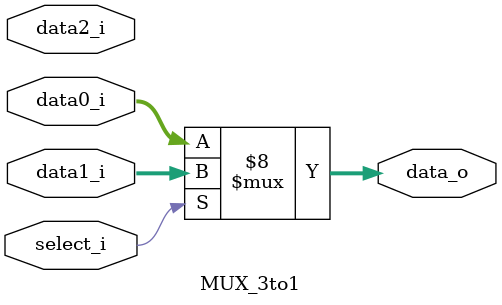
<source format=v>
     
module MUX_3to1(
               data0_i,
               data1_i,
					data2_i,
               select_i,
               data_o
               );

parameter size = 0;			   
			
//I/O ports               
input   [size-1:0] data0_i;          
input   [size-1:0] data1_i;
input	  [size-1:0] data2_i;
input              select_i;
output  [size-1:0] data_o; 

//Internal Signals
reg     [size-1:0] data_o;

// selection
always@(*) begin
	if(select_i == 1)	// two values
		data_o <= data1_i;
	else if(select_i == 2)
		data_o <= data2_i;
	else
		data_o <= data0_i;
end


//Main function

endmodule      
          
          
</source>
